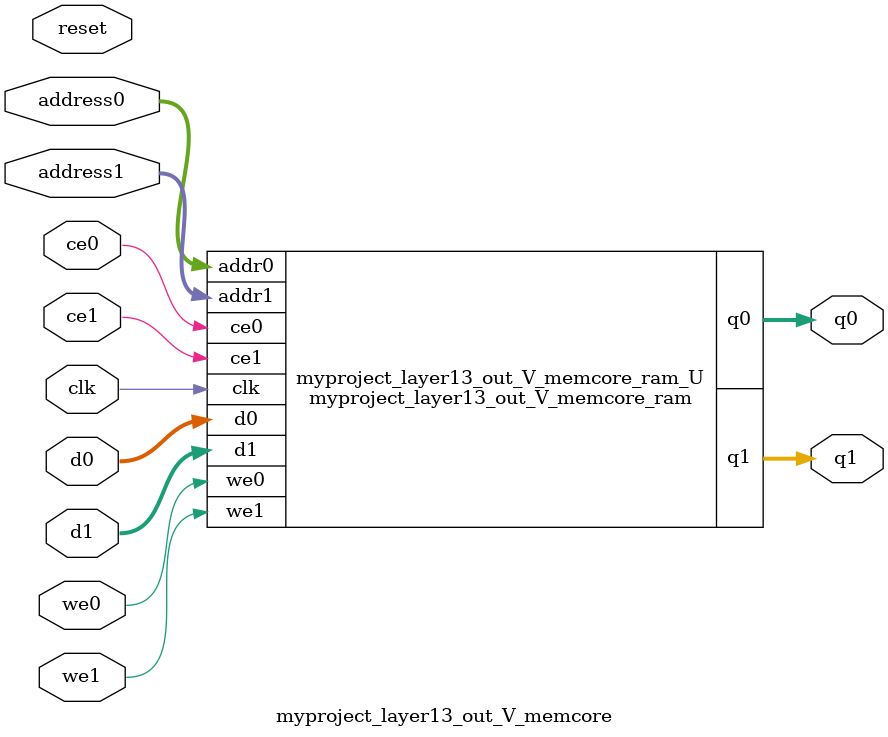
<source format=v>
`timescale 1 ns / 1 ps
module myproject_layer13_out_V_memcore_ram (addr0, ce0, d0, we0, q0, addr1, ce1, d1, we1, q1,  clk);

parameter DWIDTH = 11;
parameter AWIDTH = 8;
parameter MEM_SIZE = 240;

input[AWIDTH-1:0] addr0;
input ce0;
input[DWIDTH-1:0] d0;
input we0;
output reg[DWIDTH-1:0] q0;
input[AWIDTH-1:0] addr1;
input ce1;
input[DWIDTH-1:0] d1;
input we1;
output reg[DWIDTH-1:0] q1;
input clk;

(* ram_style = "block" *)reg [DWIDTH-1:0] ram[0:MEM_SIZE-1];




always @(posedge clk)  
begin 
    if (ce0) 
    begin
        if (we0) 
        begin 
            ram[addr0] <= d0; 
        end 
        q0 <= ram[addr0];
    end
end


always @(posedge clk)  
begin 
    if (ce1) 
    begin
        if (we1) 
        begin 
            ram[addr1] <= d1; 
        end 
        q1 <= ram[addr1];
    end
end


endmodule

`timescale 1 ns / 1 ps
module myproject_layer13_out_V_memcore(
    reset,
    clk,
    address0,
    ce0,
    we0,
    d0,
    q0,
    address1,
    ce1,
    we1,
    d1,
    q1);

parameter DataWidth = 32'd11;
parameter AddressRange = 32'd240;
parameter AddressWidth = 32'd8;
input reset;
input clk;
input[AddressWidth - 1:0] address0;
input ce0;
input we0;
input[DataWidth - 1:0] d0;
output[DataWidth - 1:0] q0;
input[AddressWidth - 1:0] address1;
input ce1;
input we1;
input[DataWidth - 1:0] d1;
output[DataWidth - 1:0] q1;



myproject_layer13_out_V_memcore_ram myproject_layer13_out_V_memcore_ram_U(
    .clk( clk ),
    .addr0( address0 ),
    .ce0( ce0 ),
    .we0( we0 ),
    .d0( d0 ),
    .q0( q0 ),
    .addr1( address1 ),
    .ce1( ce1 ),
    .we1( we1 ),
    .d1( d1 ),
    .q1( q1 ));

endmodule


</source>
